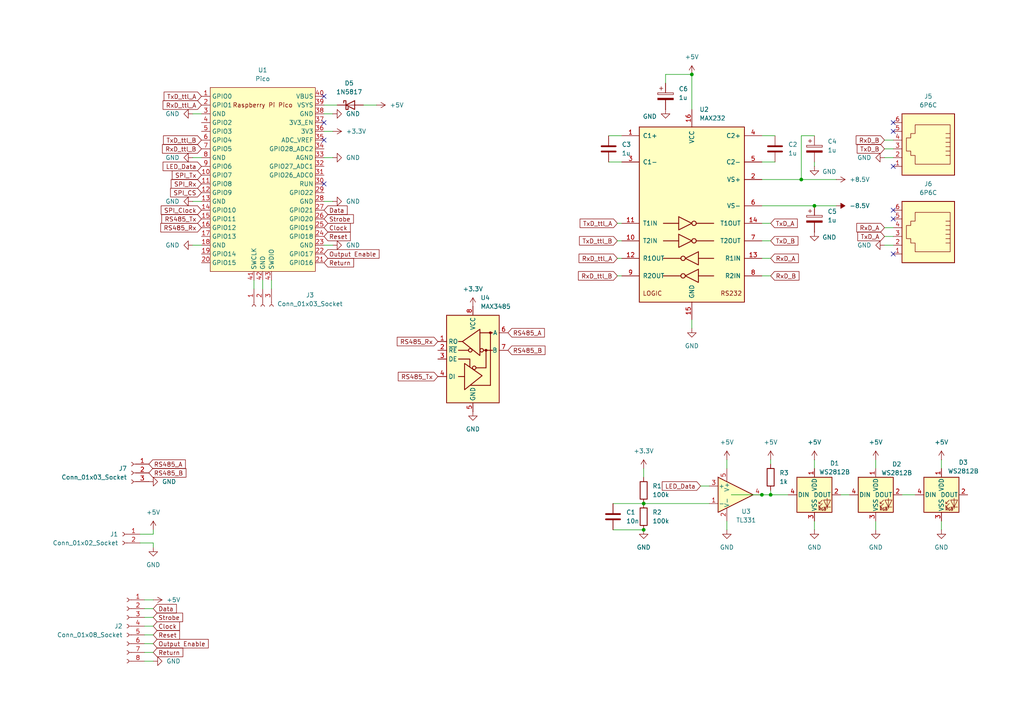
<source format=kicad_sch>
(kicad_sch (version 20231120) (generator "eeschema") (generator_version "8.0")
  (paper "A4")
  (lib_symbols
    (symbol "Comparator:TL331" (pin_names (offset 0.127))
      (property "Reference" "U" (at 1.27 5.08 0))
      (property "Value" "TL331" (at 3.81 -5.08 0))
      (symbol "TL331_0_1"
        (polyline (pts (xy -5.08 5.08) (xy 5.08 0) (xy -5.08 -5.08) (xy -5.08 5.08)) (stroke (width 0.254)) (fill (type background)))
      )
      (symbol "TL331_1_1"
        (pin input line (at -7.62 -2.54 0) (length 2.54) (name "-") (number "1"))
        (pin power_in line (at -2.54 -7.62 90) (length 3.81) (name "V-") (number "2"))
        (pin input line (at -7.62 2.54 0) (length 2.54) (name "+") (number "3"))
        (pin open_collector line (at 7.62 0 180) (length 2.54) (name "~") (number "4"))
        (pin power_in line (at -2.54 7.62 270) (length 3.81) (name "V+") (number "5"))
      )
    )
    (symbol "Connector:6P6C" (pin_names (offset 1.016))
      (property "Reference" "J" (at -5.08 11.43 0))
      (property "Value" "6P6C" (at 2.54 11.43 0))
      (symbol "6P6C_0_1"
        (polyline (pts (xy -6.35 -1.905) (xy -5.08 -1.905) (xy -5.08 -1.905)))
        (polyline (pts (xy -6.35 -0.635) (xy -5.08 -0.635) (xy -5.08 -0.635)))
        (polyline (pts (xy -6.35 0.635) (xy -5.08 0.635) (xy -5.08 0.635)))
        (polyline (pts (xy -6.35 1.905) (xy -5.08 1.905) (xy -5.08 1.905)))
        (polyline (pts (xy -6.35 3.175) (xy -5.08 3.175) (xy -5.08 3.175)))
        (polyline (pts (xy -5.08 4.445) (xy -6.35 4.445) (xy -6.35 4.445)))
        (polyline (pts (xy -6.35 -4.445) (xy -6.35 6.985) (xy 3.81 6.985) (xy 3.81 4.445) (xy 5.08 4.445) (xy 5.08 3.175) (xy 6.35 3.175) (xy 6.35 -0.635) (xy 5.08 -0.635) (xy 5.08 -1.905) (xy 3.81 -1.905) (xy 3.81 -4.445) (xy -6.35 -4.445) (xy -6.35 -4.445)))
        (rectangle (start 7.62 10.16) (end -7.62 -7.62) (stroke (width 0.254)) (fill (type background)))
      )
      (symbol "6P6C_1_1"
        (pin passive line (at 10.16 -5.08 180) (length 2.54) (name "~") (number "1"))
        (pin passive line (at 10.16 -2.54 180) (length 2.54) (name "~") (number "2"))
        (pin passive line (at 10.16 0 180) (length 2.54) (name "~") (number "3"))
        (pin passive line (at 10.16 2.54 180) (length 2.54) (name "~") (number "4"))
        (pin passive line (at 10.16 5.08 180) (length 2.54) (name "~") (number "5"))
        (pin passive line (at 10.16 7.62 180) (length 2.54) (name "~") (number "6"))
      )
    )
    (symbol "Connector:Conn_01x02_Socket" (pin_names (offset 1.016) hide)
      (property "Reference" "J" (at 0 2.54 0))
      (property "Value" "Conn_01x02_Socket" (at 0 -5.08 0))
      (symbol "Conn_01x02_Socket_1_1"
        (arc (start 0 -2.032) (mid -0.5058 -2.54) (end 0 -3.048) (stroke (width 0.1524)))
        (polyline (pts (xy -1.27 -2.54) (xy -0.508 -2.54)) (stroke (width 0.1524)))
        (polyline (pts (xy -1.27 0) (xy -0.508 0)) (stroke (width 0.1524)))
        (arc (start 0 0.508) (mid -0.5058 0) (end 0 -0.508) (stroke (width 0.1524)))
        (pin passive line (at -5.08 0 0) (length 3.81) (name "Pin_1") (number "1"))
        (pin passive line (at -5.08 -2.54 0) (length 3.81) (name "Pin_2") (number "2"))
      )
    )
    (symbol "Connector:Conn_01x03_Socket" (pin_names (offset 1.016) hide)
      (property "Reference" "J" (at 0 5.08 0))
      (property "Value" "Conn_01x03_Socket" (at 0 -5.08 0))
      (symbol "Conn_01x03_Socket_1_1"
        (arc (start 0 -2.032) (mid -0.5058 -2.54) (end 0 -3.048) (stroke (width 0.1524)))
        (polyline (pts (xy -1.27 -2.54) (xy -0.508 -2.54)) (stroke (width 0.1524)))
        (polyline (pts (xy -1.27 0) (xy -0.508 0)) (stroke (width 0.1524)))
        (polyline (pts (xy -1.27 2.54) (xy -0.508 2.54)) (stroke (width 0.1524)))
        (arc (start 0 0.508) (mid -0.5058 0) (end 0 -0.508) (stroke (width 0.1524)))
        (arc (start 0 3.048) (mid -0.5058 2.54) (end 0 2.032) (stroke (width 0.1524)))
        (pin passive line (at -5.08 2.54 0) (length 3.81) (name "Pin_1") (number "1"))
        (pin passive line (at -5.08 0 0) (length 3.81) (name "Pin_2") (number "2"))
        (pin passive line (at -5.08 -2.54 0) (length 3.81) (name "Pin_3") (number "3"))
      )
    )
    (symbol "Connector:Conn_01x08_Socket" (pin_names (offset 1.016) hide)
      (property "Reference" "J" (at 0 10.16 0))
      (property "Value" "Conn_01x08_Socket" (at 0 -12.7 0))
      (symbol "Conn_01x08_Socket_1_1"
        (arc (start 0 -9.652) (mid -0.5058 -10.16) (end 0 -10.668) (stroke (width 0.1524)))
        (arc (start 0 -7.112) (mid -0.5058 -7.62) (end 0 -8.128) (stroke (width 0.1524)))
        (arc (start 0 -4.572) (mid -0.5058 -5.08) (end 0 -5.588) (stroke (width 0.1524)))
        (arc (start 0 -2.032) (mid -0.5058 -2.54) (end 0 -3.048) (stroke (width 0.1524)))
        (polyline (pts (xy -1.27 -10.16) (xy -0.508 -10.16)) (stroke (width 0.1524)))
        (polyline (pts (xy -1.27 -7.62) (xy -0.508 -7.62)) (stroke (width 0.1524)))
        (polyline (pts (xy -1.27 -5.08) (xy -0.508 -5.08)) (stroke (width 0.1524)))
        (polyline (pts (xy -1.27 -2.54) (xy -0.508 -2.54)) (stroke (width 0.1524)))
        (polyline (pts (xy -1.27 0) (xy -0.508 0)) (stroke (width 0.1524)))
        (polyline (pts (xy -1.27 2.54) (xy -0.508 2.54)) (stroke (width 0.1524)))
        (polyline (pts (xy -1.27 5.08) (xy -0.508 5.08)) (stroke (width 0.1524)))
        (polyline (pts (xy -1.27 7.62) (xy -0.508 7.62)) (stroke (width 0.1524)))
        (arc (start 0 0.508) (mid -0.5058 0) (end 0 -0.508) (stroke (width 0.1524)))
        (arc (start 0 3.048) (mid -0.5058 2.54) (end 0 2.032) (stroke (width 0.1524)))
        (arc (start 0 5.588) (mid -0.5058 5.08) (end 0 4.572) (stroke (width 0.1524)))
        (arc (start 0 8.128) (mid -0.5058 7.62) (end 0 7.112) (stroke (width 0.1524)))
        (pin passive line (at -5.08 7.62 0) (length 3.81) (name "Pin_1") (number "1"))
        (pin passive line (at -5.08 5.08 0) (length 3.81) (name "Pin_2") (number "2"))
        (pin passive line (at -5.08 2.54 0) (length 3.81) (name "Pin_3") (number "3"))
        (pin passive line (at -5.08 0 0) (length 3.81) (name "Pin_4") (number "4"))
        (pin passive line (at -5.08 -2.54 0) (length 3.81) (name "Pin_5") (number "5"))
        (pin passive line (at -5.08 -5.08 0) (length 3.81) (name "Pin_6") (number "6"))
        (pin passive line (at -5.08 -7.62 0) (length 3.81) (name "Pin_7") (number "7"))
        (pin passive line (at -5.08 -10.16 0) (length 3.81) (name "Pin_8") (number "8"))
      )
    )
    (symbol "Device:C" (pin_numbers hide) (pin_names (offset 0.254))
      (property "Reference" "C" (at 0.635 2.54 0))
      (property "Value" "C" (at 0.635 -2.54 0))
      (symbol "C_0_1"
        (polyline (pts (xy -2.032 -0.762) (xy 2.032 -0.762)) (stroke (width 0.508)))
        (polyline (pts (xy -2.032 0.762) (xy 2.032 0.762)) (stroke (width 0.508)))
      )
      (symbol "C_1_1"
        (pin passive line (at 0 3.81 270) (length 2.794) (name "~") (number "1"))
        (pin passive line (at 0 -3.81 90) (length 2.794) (name "~") (number "2"))
      )
    )
    (symbol "Device:C_Polarized" (pin_numbers hide) (pin_names (offset 0.254))
      (property "Reference" "C" (at 0.635 2.54 0))
      (property "Value" "C_Polarized" (at 0.635 -2.54 0))
      (symbol "C_Polarized_0_1"
        (rectangle (start -2.286 0.508) (end 2.286 1.016))
        (polyline (pts (xy -1.778 2.286) (xy -0.762 2.286)))
        (polyline (pts (xy -1.27 2.794) (xy -1.27 1.778)))
        (rectangle (start 2.286 -0.508) (end -2.286 -1.016) (fill (type outline)))
      )
      (symbol "C_Polarized_1_1"
        (pin passive line (at 0 3.81 270) (length 2.794) (name "~") (number "1"))
        (pin passive line (at 0 -3.81 90) (length 2.794) (name "~") (number "2"))
      )
    )
    (symbol "Device:R" (pin_numbers hide) (pin_names (offset 0))
      (property "Reference" "R" (at 2.032 0 90))
      (property "Value" "R" (at 0 0 90))
      (symbol "R_0_1"
        (rectangle (start -1.016 -2.54) (end 1.016 2.54) (stroke (width 0.254)))
      )
      (symbol "R_1_1"
        (pin passive line (at 0 3.81 270) (length 1.27) (name "~") (number "1"))
        (pin passive line (at 0 -3.81 90) (length 1.27) (name "~") (number "2"))
      )
    )
    (symbol "Diode:1N5817" (pin_numbers hide) (pin_names (offset 1.016) hide)
      (property "Reference" "D" (at 0 2.54 0))
      (property "Value" "1N5817" (at 0 -2.54 0))
      (symbol "1N5817_0_1"
        (polyline (pts (xy 1.27 0) (xy -1.27 0)))
        (polyline (pts (xy 1.27 1.27) (xy 1.27 -1.27) (xy -1.27 0) (xy 1.27 1.27)) (stroke (width 0.254)))
        (polyline (pts (xy -1.905 0.635) (xy -1.905 1.27) (xy -1.27 1.27) (xy -1.27 -1.27) (xy -0.635 -1.27) (xy -0.635 -0.635)) (stroke (width 0.254)))
      )
      (symbol "1N5817_1_1"
        (pin passive line (at -3.81 0 0) (length 2.54) (name "K") (number "1"))
        (pin passive line (at 3.81 0 180) (length 2.54) (name "A") (number "2"))
      )
    )
    (symbol "Interface_UART:MAX232" (pin_names (offset 1.016))
      (property "Reference" "U" (at -2.54 28.575 0))
      (property "Value" "MAX232" (at -2.54 26.67 0))
      (symbol "MAX232_0_0"
        (text "LOGIC" (at -11.43 -22.86 0) (effects (font (size 1.27 1.27))))
        (text "RS232" (at 11.43 -22.86 0) (effects (font (size 1.27 1.27))))
      )
      (symbol "MAX232_0_1"
        (rectangle (start -15.24 -25.4) (end 15.24 25.4) (stroke (width 0.254)) (fill (type background)))
        (circle (center -2.54 -17.78) (radius 0.635) (stroke (width 0.254)))
        (circle (center -2.54 -12.7) (radius 0.635) (stroke (width 0.254)))
        (polyline (pts (xy -3.81 -7.62) (xy -8.255 -7.62)) (stroke (width 0.254)))
        (polyline (pts (xy -3.81 -2.54) (xy -8.255 -2.54)) (stroke (width 0.254)))
        (polyline (pts (xy -3.175 -17.78) (xy -8.255 -17.78)) (stroke (width 0.254)))
        (polyline (pts (xy -3.175 -12.7) (xy -8.255 -12.7)) (stroke (width 0.254)))
        (polyline (pts (xy 1.27 -7.62) (xy 6.35 -7.62)) (stroke (width 0.254)))
        (polyline (pts (xy 1.27 -2.54) (xy 6.35 -2.54)) (stroke (width 0.254)))
        (polyline (pts (xy 1.905 -17.78) (xy 6.35 -17.78)) (stroke (width 0.254)))
        (polyline (pts (xy 1.905 -12.7) (xy 6.35 -12.7)) (stroke (width 0.254)))
        (polyline (pts (xy -3.81 -5.715) (xy -3.81 -9.525) (xy 0 -7.62) (xy -3.81 -5.715)) (stroke (width 0.254)))
        (polyline (pts (xy -3.81 -0.635) (xy -3.81 -4.445) (xy 0 -2.54) (xy -3.81 -0.635)) (stroke (width 0.254)))
        (polyline (pts (xy 1.905 -15.875) (xy 1.905 -19.685) (xy -1.905 -17.78) (xy 1.905 -15.875)) (stroke (width 0.254)))
        (polyline (pts (xy 1.905 -10.795) (xy 1.905 -14.605) (xy -1.905 -12.7) (xy 1.905 -10.795)) (stroke (width 0.254)))
        (circle (center 0.635 -7.62) (radius 0.635) (stroke (width 0.254)))
        (circle (center 0.635 -2.54) (radius 0.635) (stroke (width 0.254)))
      )
      (symbol "MAX232_1_1"
        (pin passive line (at -20.32 22.86 0) (length 5.08) (name "C1+") (number "1"))
        (pin input line (at -20.32 -7.62 0) (length 5.08) (name "T2IN") (number "10"))
        (pin input line (at -20.32 -2.54 0) (length 5.08) (name "T1IN") (number "11"))
        (pin output line (at -20.32 -12.7 0) (length 5.08) (name "R1OUT") (number "12"))
        (pin input line (at 20.32 -12.7 180) (length 5.08) (name "R1IN") (number "13"))
        (pin output line (at 20.32 -2.54 180) (length 5.08) (name "T1OUT") (number "14"))
        (pin power_in line (at 0 -30.48 90) (length 5.08) (name "GND") (number "15"))
        (pin power_in line (at 0 30.48 270) (length 5.08) (name "VCC") (number "16"))
        (pin power_out line (at 20.32 10.16 180) (length 5.08) (name "VS+") (number "2"))
        (pin passive line (at -20.32 15.24 0) (length 5.08) (name "C1-") (number "3"))
        (pin passive line (at 20.32 22.86 180) (length 5.08) (name "C2+") (number "4"))
        (pin passive line (at 20.32 15.24 180) (length 5.08) (name "C2-") (number "5"))
        (pin power_out line (at 20.32 2.54 180) (length 5.08) (name "VS-") (number "6"))
        (pin output line (at 20.32 -7.62 180) (length 5.08) (name "T2OUT") (number "7"))
        (pin input line (at 20.32 -17.78 180) (length 5.08) (name "R2IN") (number "8"))
        (pin output line (at -20.32 -17.78 0) (length 5.08) (name "R2OUT") (number "9"))
      )
    )
    (symbol "Interface_UART:MAX3485"
      (property "Reference" "U" (at -6.985 13.97 0))
      (property "Value" "MAX3485" (at 1.905 13.97 0))
      (symbol "MAX3485_0_1"
        (rectangle (start -7.62 12.7) (end 7.62 -12.7) (stroke (width 0.254)) (fill (type background)))
        (polyline (pts (xy -4.191 2.54) (xy -1.27 2.54)) (stroke (width 0.254)))
        (polyline (pts (xy -2.54 -5.08) (xy -4.191 -5.08)) (stroke (width 0.254)))
        (polyline (pts (xy -0.635 -7.62) (xy 5.08 -7.62)) (stroke (width 0.254)))
        (polyline (pts (xy 0.889 -2.54) (xy 3.81 -2.54)) (stroke (width 0.254)))
        (polyline (pts (xy 2.032 7.62) (xy 5.715 7.62)) (stroke (width 0.254)))
        (polyline (pts (xy 3.048 2.54) (xy 5.715 2.54)) (stroke (width 0.254)))
        (polyline (pts (xy 3.81 -2.54) (xy 3.81 2.54)) (stroke (width 0.254)))
        (polyline (pts (xy 5.08 -7.62) (xy 5.08 7.62)) (stroke (width 0.254)))
        (polyline (pts (xy -4.191 0) (xy -0.889 0) (xy -0.889 -2.286)) (stroke (width 0.254)))
        (polyline (pts (xy -3.175 5.08) (xy -4.191 5.08) (xy -4.064 5.08)) (stroke (width 0.254)))
        (polyline (pts (xy -2.413 -5.08) (xy -2.413 -1.27) (xy 2.667 -4.826) (xy -2.413 -8.89) (xy -2.413 -5.08)) (stroke (width 0.254)))
        (circle (center 0.381 -2.54) (radius 0.508) (stroke (width 0.254)))
        (circle (center 3.81 2.54) (radius 0.2794) (stroke (width 0.254)) (fill (type outline)))
      )
      (symbol "MAX3485_1_1"
        (circle (center -0.762 2.54) (radius 0.508) (stroke (width 0.254)))
        (polyline (pts (xy 2.032 4.826) (xy 2.032 8.636) (xy -3.048 5.08) (xy 2.032 1.016) (xy 2.032 4.826)) (stroke (width 0.254)))
        (circle (center 2.54 2.54) (radius 0.508) (stroke (width 0.254)))
        (circle (center 5.08 7.62) (radius 0.2794) (stroke (width 0.254)) (fill (type outline)))
        (pin output line (at -10.16 5.08 0) (length 2.54) (name "RO") (number "1"))
        (pin input line (at -10.16 2.54 0) (length 2.54) (name "~{RE}") (number "2"))
        (pin input line (at -10.16 0 0) (length 2.54) (name "DE") (number "3"))
        (pin input line (at -10.16 -5.08 0) (length 2.54) (name "DI") (number "4"))
        (pin power_in line (at 0 -15.24 90) (length 2.54) (name "GND") (number "5"))
        (pin bidirectional line (at 10.16 7.62 180) (length 2.54) (name "A") (number "6"))
        (pin bidirectional line (at 10.16 2.54 180) (length 2.54) (name "B") (number "7"))
        (pin power_in line (at 0 15.24 270) (length 2.54) (name "VCC") (number "8"))
      )
    )
    (symbol "LED:WS2812B" (pin_names (offset 0.254))
      (property "Reference" "D" (at 5.08 5.715 0))
      (property "Value" "WS2812B" (at 1.27 -5.715 0))
      (symbol "WS2812B_0_0"
        (text "RGB" (at 2.286 -4.191 0) (effects (font (size 0.762 0.762))))
      )
      (symbol "WS2812B_0_1"
        (polyline (pts (xy 1.27 -3.556) (xy 1.778 -3.556)))
        (polyline (pts (xy 1.27 -2.54) (xy 1.778 -2.54)))
        (polyline (pts (xy 4.699 -3.556) (xy 2.667 -3.556)))
        (polyline (pts (xy 2.286 -2.54) (xy 1.27 -3.556) (xy 1.27 -3.048)))
        (polyline (pts (xy 2.286 -1.524) (xy 1.27 -2.54) (xy 1.27 -2.032)))
        (polyline (pts (xy 3.683 -1.016) (xy 3.683 -3.556) (xy 3.683 -4.064)))
        (polyline (pts (xy 4.699 -1.524) (xy 2.667 -1.524) (xy 3.683 -3.556) (xy 4.699 -1.524)))
        (rectangle (start 5.08 5.08) (end -5.08 -5.08) (stroke (width 0.254)) (fill (type background)))
      )
      (symbol "WS2812B_1_1"
        (pin power_in line (at 0 7.62 270) (length 2.54) (name "VDD") (number "1"))
        (pin output line (at 7.62 0 180) (length 2.54) (name "DOUT") (number "2"))
        (pin power_in line (at 0 -7.62 90) (length 2.54) (name "VSS") (number "3"))
        (pin input line (at -7.62 0 0) (length 2.54) (name "DIN") (number "4"))
      )
    )
    (symbol "MCU_RaspberryPi_and_Boards:Pico"
      (property "Reference" "U" (at -13.97 27.94 0))
      (property "Value" "Pico" (at 0 19.05 0))
      (symbol "Pico_0_0"
        (text "Raspberry Pi Pico" (at 0 21.59 0) (effects (font (size 1.27 1.27))))
      )
      (symbol "Pico_0_1"
        (rectangle (start -15.24 26.67) (end 15.24 -26.67) (fill (type background)))
      )
      (symbol "Pico_1_1"
        (pin bidirectional line (at -17.78 24.13 0) (length 2.54) (name "GPIO0") (number "1"))
        (pin bidirectional line (at -17.78 1.27 0) (length 2.54) (name "GPIO7") (number "10"))
        (pin bidirectional line (at -17.78 -1.27 0) (length 2.54) (name "GPIO8") (number "11"))
        (pin bidirectional line (at -17.78 -3.81 0) (length 2.54) (name "GPIO9") (number "12"))
        (pin power_in line (at -17.78 -6.35 0) (length 2.54) (name "GND") (number "13"))
        (pin bidirectional line (at -17.78 -8.89 0) (length 2.54) (name "GPIO10") (number "14"))
        (pin bidirectional line (at -17.78 -11.43 0) (length 2.54) (name "GPIO11") (number "15"))
        (pin bidirectional line (at -17.78 -13.97 0) (length 2.54) (name "GPIO12") (number "16"))
        (pin bidirectional line (at -17.78 -16.51 0) (length 2.54) (name "GPIO13") (number "17"))
        (pin power_in line (at -17.78 -19.05 0) (length 2.54) (name "GND") (number "18"))
        (pin bidirectional line (at -17.78 -21.59 0) (length 2.54) (name "GPIO14") (number "19"))
        (pin bidirectional line (at -17.78 21.59 0) (length 2.54) (name "GPIO1") (number "2"))
        (pin bidirectional line (at -17.78 -24.13 0) (length 2.54) (name "GPIO15") (number "20"))
        (pin bidirectional line (at 17.78 -24.13 180) (length 2.54) (name "GPIO16") (number "21"))
        (pin bidirectional line (at 17.78 -21.59 180) (length 2.54) (name "GPIO17") (number "22"))
        (pin power_in line (at 17.78 -19.05 180) (length 2.54) (name "GND") (number "23"))
        (pin bidirectional line (at 17.78 -16.51 180) (length 2.54) (name "GPIO18") (number "24"))
        (pin bidirectional line (at 17.78 -13.97 180) (length 2.54) (name "GPIO19") (number "25"))
        (pin bidirectional line (at 17.78 -11.43 180) (length 2.54) (name "GPIO20") (number "26"))
        (pin bidirectional line (at 17.78 -8.89 180) (length 2.54) (name "GPIO21") (number "27"))
        (pin power_in line (at 17.78 -6.35 180) (length 2.54) (name "GND") (number "28"))
        (pin bidirectional line (at 17.78 -3.81 180) (length 2.54) (name "GPIO22") (number "29"))
        (pin power_in line (at -17.78 19.05 0) (length 2.54) (name "GND") (number "3"))
        (pin input line (at 17.78 -1.27 180) (length 2.54) (name "RUN") (number "30"))
        (pin bidirectional line (at 17.78 1.27 180) (length 2.54) (name "GPIO26_ADC0") (number "31"))
        (pin bidirectional line (at 17.78 3.81 180) (length 2.54) (name "GPIO27_ADC1") (number "32"))
        (pin power_in line (at 17.78 6.35 180) (length 2.54) (name "AGND") (number "33"))
        (pin bidirectional line (at 17.78 8.89 180) (length 2.54) (name "GPIO28_ADC2") (number "34"))
        (pin power_in line (at 17.78 11.43 180) (length 2.54) (name "ADC_VREF") (number "35"))
        (pin power_in line (at 17.78 13.97 180) (length 2.54) (name "3V3") (number "36"))
        (pin input line (at 17.78 16.51 180) (length 2.54) (name "3V3_EN") (number "37"))
        (pin bidirectional line (at 17.78 19.05 180) (length 2.54) (name "GND") (number "38"))
        (pin power_in line (at 17.78 21.59 180) (length 2.54) (name "VSYS") (number "39"))
        (pin bidirectional line (at -17.78 16.51 0) (length 2.54) (name "GPIO2") (number "4"))
        (pin power_in line (at 17.78 24.13 180) (length 2.54) (name "VBUS") (number "40"))
        (pin input line (at -2.54 -29.21 90) (length 2.54) (name "SWCLK") (number "41"))
        (pin power_in line (at 0 -29.21 90) (length 2.54) (name "GND") (number "42"))
        (pin bidirectional line (at 2.54 -29.21 90) (length 2.54) (name "SWDIO") (number "43"))
        (pin bidirectional line (at -17.78 13.97 0) (length 2.54) (name "GPIO3") (number "5"))
        (pin bidirectional line (at -17.78 11.43 0) (length 2.54) (name "GPIO4") (number "6"))
        (pin bidirectional line (at -17.78 8.89 0) (length 2.54) (name "GPIO5") (number "7"))
        (pin power_in line (at -17.78 6.35 0) (length 2.54) (name "GND") (number "8"))
        (pin bidirectional line (at -17.78 3.81 0) (length 2.54) (name "GPIO6") (number "9"))
      )
    )
    (symbol "power:+3.3V" (power) (pin_numbers hide) (pin_names (offset 0) hide)
      (property "Value" "+3.3V" (at 0 3.556 0))
      (symbol "+3.3V_0_1"
        (polyline (pts (xy -0.762 1.27) (xy 0 2.54)))
        (polyline (pts (xy 0 0) (xy 0 2.54)))
        (polyline (pts (xy 0 2.54) (xy 0.762 1.27)))
      )
      (symbol "+3.3V_1_1"
        (pin power_in line (at 0 0 90) (length 0) (name "~") (number "1"))
      )
    )
    (symbol "power:+5V" (power) (pin_numbers hide) (pin_names (offset 0) hide)
      (property "Value" "+5V" (at 0 3.556 0))
      (symbol "+5V_0_1"
        (polyline (pts (xy -0.762 1.27) (xy 0 2.54)))
        (polyline (pts (xy 0 0) (xy 0 2.54)))
        (polyline (pts (xy 0 2.54) (xy 0.762 1.27)))
      )
      (symbol "+5V_1_1"
        (pin power_in line (at 0 0 90) (length 0) (name "~") (number "1"))
      )
    )
    (symbol "power:+8V" (power) (pin_numbers hide) (pin_names (offset 0) hide)
      (property "Value" "+8V" (at 0 3.556 0))
      (symbol "+8V_0_1"
        (polyline (pts (xy -0.762 1.27) (xy 0 2.54)))
        (polyline (pts (xy 0 0) (xy 0 2.54)))
        (polyline (pts (xy 0 2.54) (xy 0.762 1.27)))
      )
      (symbol "+8V_1_1"
        (pin power_in line (at 0 0 90) (length 0) (name "~") (number "1"))
      )
    )
    (symbol "power:-8V" (power) (pin_numbers hide) (pin_names (offset 0) hide)
      (property "Value" "-8V" (at 0 3.556 0))
      (symbol "-8V_0_0"
        (pin power_in line (at 0 0 90) (length 0) (name "~") (number "1"))
      )
      (symbol "-8V_0_1"
        (polyline (pts (xy 0 0) (xy 0 1.27) (xy 0.762 1.27) (xy 0 2.54) (xy -0.762 1.27) (xy 0 1.27)) (fill (type outline)))
      )
    )
    (symbol "power:GND" (power) (pin_numbers hide) (pin_names (offset 0) hide)
      (property "Value" "GND" (at 0 -3.81 0))
      (symbol "GND_0_1"
        (polyline (pts (xy 0 0) (xy 0 -1.27) (xy 1.27 -1.27) (xy 0 -2.54) (xy -1.27 -1.27) (xy 0 -1.27)))
      )
      (symbol "GND_1_1"
        (pin power_in line (at 0 0 270) (length 0) (name "~") (number "1"))
      )
    )
  )
  (junction (at 186.69 146.05))
  (junction (at 186.69 153.67))
  (junction (at 200.66 21.59))
  (junction (at 236.22 59.69))
  (junction (at 220.98 143.51))
  (junction (at 232.41 52.07))
  (junction (at 223.52 143.51))
  (no_connect (at 93.98 35.56))
  (no_connect (at 259.08 63.5))
  (no_connect (at 93.98 40.64))
  (no_connect (at 259.08 38.1))
  (no_connect (at 259.08 73.66))
  (no_connect (at 93.98 27.94))
  (no_connect (at 259.08 35.56))
  (no_connect (at 259.08 48.26))
  (no_connect (at 259.08 60.96))
  (no_connect (at 93.98 53.34))
  (wire (pts (xy 220.98 69.85) (xy 223.52 69.85)))
  (wire (pts (xy 236.22 46.99) (xy 236.22 48.26)))
  (wire (pts (xy 105.41 30.48) (xy 109.22 30.48)))
  (wire (pts (xy 203.2 140.97) (xy 205.74 140.97)))
  (wire (pts (xy 179.07 80.01) (xy 180.34 80.01)))
  (wire (pts (xy 55.88 45.72) (xy 58.42 45.72)))
  (wire (pts (xy 256.54 66.04) (xy 259.08 66.04)))
  (wire (pts (xy 44.45 157.48) (xy 40.64 157.48)))
  (wire (pts (xy 193.04 21.59) (xy 200.66 21.59)))
  (wire (pts (xy 186.69 135.89) (xy 186.69 138.43)))
  (wire (pts (xy 41.91 184.15) (xy 44.45 184.15)))
  (wire (pts (xy 220.98 64.77) (xy 223.52 64.77)))
  (wire (pts (xy 177.8 146.05) (xy 186.69 146.05)))
  (wire (pts (xy 200.66 92.71) (xy 200.66 95.25)))
  (wire (pts (xy 232.41 52.07) (xy 242.57 52.07)))
  (wire (pts (xy 55.88 58.42) (xy 58.42 58.42)))
  (wire (pts (xy 220.98 80.01) (xy 223.52 80.01)))
  (wire (pts (xy 200.66 21.59) (xy 200.66 31.75)))
  (wire (pts (xy 261.62 143.51) (xy 265.43 143.51)))
  (wire (pts (xy 186.69 146.05) (xy 205.74 146.05)))
  (wire (pts (xy 256.54 68.58) (xy 259.08 68.58)))
  (wire (pts (xy 210.82 151.13) (xy 210.82 153.67)))
  (wire (pts (xy 236.22 133.35) (xy 236.22 135.89)))
  (wire (pts (xy 236.22 151.13) (xy 236.22 153.67)))
  (wire (pts (xy 41.91 189.23) (xy 44.45 189.23)))
  (wire (pts (xy 40.64 154.94) (xy 44.45 154.94)))
  (wire (pts (xy 176.53 46.99) (xy 180.34 46.99)))
  (wire (pts (xy 93.98 33.02) (xy 96.52 33.02)))
  (wire (pts (xy 41.91 181.61) (xy 44.45 181.61)))
  (wire (pts (xy 243.84 143.51) (xy 246.38 143.51)))
  (wire (pts (xy 220.98 143.51) (xy 223.52 143.51)))
  (wire (pts (xy 179.07 64.77) (xy 180.34 64.77)))
  (wire (pts (xy 93.98 71.12) (xy 96.52 71.12)))
  (wire (pts (xy 76.2 81.28) (xy 76.2 83.82)))
  (wire (pts (xy 93.98 38.1) (xy 96.52 38.1)))
  (wire (pts (xy 41.91 179.07) (xy 44.45 179.07)))
  (wire (pts (xy 242.57 59.69) (xy 236.22 59.69)))
  (wire (pts (xy 41.91 173.99) (xy 44.45 173.99)))
  (wire (pts (xy 179.07 69.85) (xy 180.34 69.85)))
  (wire (pts (xy 93.98 58.42) (xy 96.52 58.42)))
  (wire (pts (xy 93.98 30.48) (xy 97.79 30.48)))
  (wire (pts (xy 220.98 46.99) (xy 224.79 46.99)))
  (wire (pts (xy 179.07 74.93) (xy 180.34 74.93)))
  (wire (pts (xy 212.09 143.51) (xy 220.98 143.51)))
  (wire (pts (xy 254 133.35) (xy 254 135.89)))
  (wire (pts (xy 256.54 40.64) (xy 259.08 40.64)))
  (wire (pts (xy 220.98 39.37) (xy 224.79 39.37)))
  (wire (pts (xy 256.54 45.72) (xy 259.08 45.72)))
  (wire (pts (xy 236.22 39.37) (xy 232.41 39.37)))
  (wire (pts (xy 273.05 151.13) (xy 273.05 153.67)))
  (wire (pts (xy 73.66 81.28) (xy 73.66 83.82)))
  (wire (pts (xy 254 151.13) (xy 254 153.67)))
  (wire (pts (xy 223.52 142.24) (xy 223.52 143.51)))
  (wire (pts (xy 55.88 71.12) (xy 58.42 71.12)))
  (wire (pts (xy 55.88 33.02) (xy 58.42 33.02)))
  (wire (pts (xy 177.8 153.67) (xy 186.69 153.67)))
  (wire (pts (xy 256.54 43.18) (xy 259.08 43.18)))
  (wire (pts (xy 41.91 176.53) (xy 44.45 176.53)))
  (wire (pts (xy 44.45 154.94) (xy 44.45 153.67)))
  (wire (pts (xy 273.05 133.35) (xy 273.05 135.89)))
  (wire (pts (xy 44.45 158.75) (xy 44.45 157.48)))
  (wire (pts (xy 220.98 52.07) (xy 232.41 52.07)))
  (wire (pts (xy 220.98 74.93) (xy 223.52 74.93)))
  (wire (pts (xy 41.91 186.69) (xy 44.45 186.69)))
  (wire (pts (xy 210.82 133.35) (xy 210.82 135.89)))
  (wire (pts (xy 193.04 24.13) (xy 193.04 21.59)))
  (wire (pts (xy 223.52 133.35) (xy 223.52 134.62)))
  (wire (pts (xy 176.53 39.37) (xy 180.34 39.37)))
  (wire (pts (xy 223.52 143.51) (xy 228.6 143.51)))
  (wire (pts (xy 236.22 59.69) (xy 220.98 59.69)))
  (wire (pts (xy 78.74 81.28) (xy 78.74 83.82)))
  (wire (pts (xy 232.41 39.37) (xy 232.41 52.07)))
  (wire (pts (xy 256.54 71.12) (xy 259.08 71.12)))
  (wire (pts (xy 41.91 191.77) (xy 44.45 191.77)))
  (wire (pts (xy 93.98 45.72) (xy 96.52 45.72)))
  (global_label "Output Enable" (shape input) (at 93.98 73.66 0) (property "Intersheetrefs" "${INTERSHEET_REFS}" (effects (hide yes))))
  (global_label "SPI_Rx" (shape input) (at 58.42 53.34 180) (property "Intersheetrefs" "${INTERSHEET_REFS}" (effects (hide yes))))
  (global_label "LED_Data" (shape input) (at 203.2 140.97 180) (property "Intersheetrefs" "${INTERSHEET_REFS}" (effects (hide yes))))
  (global_label "LED_Data" (shape input) (at 58.42 48.26 180) (property "Intersheetrefs" "${INTERSHEET_REFS}" (effects (hide yes))))
  (global_label "RxD_ttl_A" (shape input) (at 179.07 74.93 180) (property "Intersheetrefs" "${INTERSHEET_REFS}" (effects (hide yes))))
  (global_label "Return" (shape input) (at 44.45 189.23 0) (property "Intersheetrefs" "${INTERSHEET_REFS}" (effects (hide yes))))
  (global_label "Data" (shape input) (at 93.98 60.96 0) (property "Intersheetrefs" "${INTERSHEET_REFS}" (effects (hide yes))))
  (global_label "TxD_ttl_B" (shape input) (at 58.42 40.64 180) (property "Intersheetrefs" "${INTERSHEET_REFS}" (effects (hide yes))))
  (global_label "RS485_B" (shape input) (at 147.32 101.6 0) (property "Intersheetrefs" "${INTERSHEET_REFS}" (effects (hide yes))))
  (global_label "RS485_Rx" (shape input) (at 127 99.06 180) (property "Intersheetrefs" "${INTERSHEET_REFS}" (effects (hide yes))))
  (global_label "Strobe" (shape input) (at 44.45 179.07 0) (property "Intersheetrefs" "${INTERSHEET_REFS}" (effects (hide yes))))
  (global_label "Data" (shape input) (at 44.45 176.53 0) (property "Intersheetrefs" "${INTERSHEET_REFS}" (effects (hide yes))))
  (global_label "RxD_B" (shape input) (at 256.54 40.64 180) (property "Intersheetrefs" "${INTERSHEET_REFS}" (effects (hide yes))))
  (global_label "TxD_ttl_B" (shape input) (at 179.07 69.85 180) (property "Intersheetrefs" "${INTERSHEET_REFS}" (effects (hide yes))))
  (global_label "RS485_Tx" (shape input) (at 58.42 63.5 180) (property "Intersheetrefs" "${INTERSHEET_REFS}" (effects (hide yes))))
  (global_label "Clock" (shape input) (at 44.45 181.61 0) (property "Intersheetrefs" "${INTERSHEET_REFS}" (effects (hide yes))))
  (global_label "TxD_A" (shape input) (at 223.52 64.77 0) (property "Intersheetrefs" "${INTERSHEET_REFS}" (effects (hide yes))))
  (global_label "RxD_ttl_B" (shape input) (at 58.42 43.18 180) (property "Intersheetrefs" "${INTERSHEET_REFS}" (effects (hide yes))))
  (global_label "TxD_B" (shape input) (at 223.52 69.85 0) (property "Intersheetrefs" "${INTERSHEET_REFS}" (effects (hide yes))))
  (global_label "SPI_CS" (shape input) (at 58.42 55.88 180) (property "Intersheetrefs" "${INTERSHEET_REFS}" (effects (hide yes))))
  (global_label "Reset" (shape input) (at 44.45 184.15 0) (property "Intersheetrefs" "${INTERSHEET_REFS}" (effects (hide yes))))
  (global_label "RxD_ttl_B" (shape input) (at 179.07 80.01 180) (property "Intersheetrefs" "${INTERSHEET_REFS}" (effects (hide yes))))
  (global_label "Clock" (shape input) (at 93.98 66.04 0) (property "Intersheetrefs" "${INTERSHEET_REFS}" (effects (hide yes))))
  (global_label "RS485_A" (shape input) (at 43.18 134.62 0) (property "Intersheetrefs" "${INTERSHEET_REFS}" (effects (hide yes))))
  (global_label "TxD_ttl_A" (shape input) (at 179.07 64.77 180) (property "Intersheetrefs" "${INTERSHEET_REFS}" (effects (hide yes))))
  (global_label "RxD_A" (shape input) (at 223.52 74.93 0) (property "Intersheetrefs" "${INTERSHEET_REFS}" (effects (hide yes))))
  (global_label "SPI_Clock" (shape input) (at 58.42 60.96 180) (property "Intersheetrefs" "${INTERSHEET_REFS}" (effects (hide yes))))
  (global_label "TxD_B" (shape input) (at 256.54 43.18 180) (property "Intersheetrefs" "${INTERSHEET_REFS}" (effects (hide yes))))
  (global_label "RS485_Rx" (shape input) (at 58.42 66.04 180) (property "Intersheetrefs" "${INTERSHEET_REFS}" (effects (hide yes))))
  (global_label "RS485_A" (shape input) (at 147.32 96.52 0) (property "Intersheetrefs" "${INTERSHEET_REFS}" (effects (hide yes))))
  (global_label "TxD_A" (shape input) (at 256.54 68.58 180) (property "Intersheetrefs" "${INTERSHEET_REFS}" (effects (hide yes))))
  (global_label "RxD_ttl_A" (shape input) (at 58.42 30.48 180) (property "Intersheetrefs" "${INTERSHEET_REFS}" (effects (hide yes))))
  (global_label "SPI_Tx" (shape input) (at 58.42 50.8 180) (property "Intersheetrefs" "${INTERSHEET_REFS}" (effects (hide yes))))
  (global_label "Return" (shape input) (at 93.98 76.2 0) (property "Intersheetrefs" "${INTERSHEET_REFS}" (effects (hide yes))))
  (global_label "RxD_B" (shape input) (at 223.52 80.01 0) (property "Intersheetrefs" "${INTERSHEET_REFS}" (effects (hide yes))))
  (global_label "RxD_A" (shape input) (at 256.54 66.04 180) (property "Intersheetrefs" "${INTERSHEET_REFS}" (effects (hide yes))))
  (global_label "Output Enable" (shape input) (at 44.45 186.69 0) (property "Intersheetrefs" "${INTERSHEET_REFS}" (effects (hide yes))))
  (global_label "Reset" (shape input) (at 93.98 68.58 0) (property "Intersheetrefs" "${INTERSHEET_REFS}" (effects (hide yes))))
  (global_label "RS485_Tx" (shape input) (at 127 109.22 180) (property "Intersheetrefs" "${INTERSHEET_REFS}" (effects (hide yes))))
  (global_label "Strobe" (shape input) (at 93.98 63.5 0) (property "Intersheetrefs" "${INTERSHEET_REFS}" (effects (hide yes))))
  (global_label "RS485_B" (shape input) (at 43.18 137.16 0) (property "Intersheetrefs" "${INTERSHEET_REFS}" (effects (hide yes))))
  (global_label "TxD_ttl_A" (shape input) (at 58.42 27.94 180) (property "Intersheetrefs" "${INTERSHEET_REFS}" (effects (hide yes))))
  (symbol (lib_id "power:GND") (at 273.05 153.67 0) (unit 1)
    (property "Reference" "#PWR09" (effects (hide yes)))
    (property "Value" "GND" (at 273.05 158.75 0))
    (property "Description" "Power symbol creates a global label with name \"GND\" , ground" (effects (hide yes)))
  )
  (symbol (lib_id "power:GND") (at 55.88 71.12 270) (unit 1)
    (property "Reference" "#PWR012" (effects (hide yes)))
    (property "Value" "GND" (at 52.07 71.1199 90) (effects (justify right)))
    (property "Description" "Power symbol creates a global label with name \"GND\" , ground" (effects (hide yes)))
  )
  (symbol (lib_id "MCU_RaspberryPi_and_Boards:Pico") (at 76.2 52.07 0) (unit 1)
    (property "Reference" "U1" (at 76.2 20.32 0))
    (property "Value" "Pico" (at 76.2 22.86 0))
    (property "Footprint" "RPi_Pico:RPi_Pico_SMD_TH" (effects (hide yes)))
  )
  (symbol (lib_id "power:GND") (at 96.52 71.12 90) (unit 1)
    (property "Reference" "#PWR019" (effects (hide yes)))
    (property "Value" "GND" (at 100.33 71.1199 90) (effects (justify right)))
    (property "Description" "Power symbol creates a global label with name \"GND\" , ground" (effects (hide yes)))
  )
  (symbol (lib_id "power:GND") (at 44.45 191.77 90) (unit 1)
    (property "Reference" "#PWR011" (effects (hide yes)))
    (property "Value" "GND" (at 48.26 191.7699 90) (effects (justify right)))
    (property "Description" "Power symbol creates a global label with name \"GND\" , ground" (effects (hide yes)))
  )
  (symbol (lib_id "power:GND") (at 193.04 31.75 0) (unit 1)
    (property "Reference" "#PWR034" (effects (hide yes)))
    (property "Value" "GND" (at 188.468 33.782 0))
    (property "Description" "Power symbol creates a global label with name \"GND\" , ground" (effects (hide yes)))
  )
  (symbol (lib_id "Comparator:TL331") (at 213.36 143.51 0) (unit 1)
    (property "Reference" "U3" (at 216.408 148.336 0))
    (property "Value" "TL331" (at 216.408 150.876 0))
    (property "Footprint" "Package_TO_SOT_SMD:SOT-23-5" (effects (hide yes)))
    (property "Datasheet" "http://www.ti.com/lit/ds/symlink/tl331.pdf" (effects (hide yes)))
    (property "Description" "Single Differential Comparator with Open-Collector Output, SOT-23-5" (effects (hide yes)))
  )
  (symbol (lib_id "power:+3.3V") (at 137.16 88.9 0) (unit 1)
    (property "Reference" "#PWR036" (effects (hide yes)))
    (property "Value" "+3.3V" (at 137.16 83.82 0))
    (property "Description" "Power symbol creates a global label with name \"+3.3V\"" (effects (hide yes)))
  )
  (symbol (lib_id "power:+3.3V") (at 96.52 38.1 270) (unit 1)
    (property "Reference" "#PWR022" (effects (hide yes)))
    (property "Value" "+3.3V" (at 100.33 38.0999 90) (effects (justify left)))
    (property "Description" "Power symbol creates a global label with name \"+3.3V\"" (effects (hide yes)))
  )
  (symbol (lib_id "power:GND") (at 44.45 158.75 0) (unit 1)
    (property "Reference" "#PWR02" (effects (hide yes)))
    (property "Value" "GND" (at 44.45 163.83 0))
    (property "Description" "Power symbol creates a global label with name \"GND\" , ground" (effects (hide yes)))
  )
  (symbol (lib_id "Connector:Conn_01x08_Socket") (at 36.83 181.61 0) (mirror y) (unit 1)
    (property "Reference" "J2" (at 35.56 181.6099 0) (effects (justify left)))
    (property "Value" "Conn_01x08_Socket" (at 35.56 184.1499 0) (effects (justify left)))
    (property "Description" "Generic connector, single row, 01x08, script generated" (effects (hide yes)))
  )
  (symbol (lib_id "Diode:1N5817") (at 101.6 30.48 0) (unit 1)
    (property "Reference" "D5" (at 101.2825 24.13 0))
    (property "Value" "1N5817" (at 101.2825 26.67 0))
    (property "Footprint" "Diode_THT:D_DO-41_SOD81_P10.16mm_Horizontal" (effects (hide yes)))
    (property "Datasheet" "http://www.vishay.com/docs/88525/1n5817.pdf" (effects (hide yes)))
    (property "Description" "20V 1A Schottky Barrier Rectifier Diode, DO-41" (effects (hide yes)))
  )
  (symbol (lib_id "power:GND") (at 43.18 139.7 90) (unit 1)
    (property "Reference" "#PWR037" (effects (hide yes)))
    (property "Value" "GND" (at 46.99 139.6999 90) (effects (justify right)))
    (property "Description" "Power symbol creates a global label with name \"GND\" , ground" (effects (hide yes)))
  )
  (symbol (lib_id "power:GND") (at 96.52 33.02 90) (unit 1)
    (property "Reference" "#PWR016" (effects (hide yes)))
    (property "Value" "GND" (at 100.33 33.0199 90) (effects (justify right)))
    (property "Description" "Power symbol creates a global label with name \"GND\" , ground" (effects (hide yes)))
  )
  (symbol (lib_id "power:GND") (at 55.88 45.72 270) (unit 1)
    (property "Reference" "#PWR014" (effects (hide yes)))
    (property "Value" "GND" (at 52.07 45.7199 90) (effects (justify right)))
    (property "Description" "Power symbol creates a global label with name \"GND\" , ground" (effects (hide yes)))
  )
  (symbol (lib_id "power:+5V") (at 200.66 21.59 0) (unit 1)
    (property "Reference" "#PWR029" (effects (hide yes)))
    (property "Value" "+5V" (at 200.66 16.51 0))
    (property "Description" "Power symbol creates a global label with name \"+5V\"" (effects (hide yes)))
  )
  (symbol (lib_id "power:+8V") (at 242.57 52.07 270) (unit 1)
    (property "Reference" "#PWR030" (effects (hide yes)))
    (property "Value" "+8.5V" (at 246.38 52.0699 90) (effects (justify left)))
    (property "Description" "Power symbol creates a global label with name \"+8V\"" (effects (hide yes)))
  )
  (symbol (lib_id "Interface_UART:MAX232") (at 200.66 62.23 0) (unit 1)
    (property "Reference" "U2" (at 202.8541 31.75 0) (effects (justify left)))
    (property "Value" "MAX232" (at 202.8541 34.29 0) (effects (justify left)))
    (property "Datasheet" "http://www.ti.com/lit/ds/symlink/max232.pdf" (effects (hide yes)))
    (property "Description" "Dual RS232 driver/receiver, 5V supply, 120kb/s, 0C-70C" (effects (hide yes)))
  )
  (symbol (lib_id "Device:C") (at 224.79 43.18 0) (unit 1)
    (property "Reference" "C2" (at 228.6 41.9099 0) (effects (justify left)))
    (property "Value" "1u" (at 228.6 44.4499 0) (effects (justify left)))
    (property "Description" "Unpolarized capacitor" (effects (hide yes)))
  )
  (symbol (lib_id "power:GND") (at 236.22 67.31 0) (unit 1)
    (property "Reference" "#PWR033" (effects (hide yes)))
    (property "Value" "GND" (at 240.538 68.834 0))
    (property "Description" "Power symbol creates a global label with name \"GND\" , ground" (effects (hide yes)))
  )
  (symbol (lib_id "power:GND") (at 256.54 71.12 270) (unit 1)
    (property "Reference" "#PWR026" (effects (hide yes)))
    (property "Value" "GND" (at 252.73 71.1199 90) (effects (justify right)))
    (property "Description" "Power symbol creates a global label with name \"GND\" , ground" (effects (hide yes)))
  )
  (symbol (lib_id "LED:WS2812B") (at 236.22 143.51 0) (unit 1)
    (property "Reference" "D1" (at 242.062 134.366 0))
    (property "Value" "WS2812B" (at 242.062 136.906 0))
    (property "Footprint" "LED_SMD:LED_WS2812B_PLCC4_5.0x5.0mm_P3.2mm" (effects (hide yes)))
    (property "Datasheet" "https://cdn-shop.adafruit.com/datasheets/WS2812B.pdf" (effects (hide yes)))
    (property "Description" "RGB LED with integrated controller" (effects (hide yes)))
  )
  (symbol (lib_id "Device:C_Polarized") (at 236.22 43.18 0) (unit 1)
    (property "Reference" "C4" (at 240.03 41.0209 0) (effects (justify left)))
    (property "Value" "1u" (at 240.03 43.5609 0) (effects (justify left)))
    (property "Description" "Polarized capacitor" (effects (hide yes)))
  )
  (symbol (lib_id "power:-8V") (at 242.57 59.69 270) (unit 1)
    (property "Reference" "#PWR032" (effects (hide yes)))
    (property "Value" "-8.5V" (at 246.38 59.6899 90) (effects (justify left)))
    (property "Description" "Power symbol creates a global label with name \"-8V\"" (effects (hide yes)))
  )
  (symbol (lib_id "power:GND") (at 96.52 45.72 90) (unit 1)
    (property "Reference" "#PWR017" (effects (hide yes)))
    (property "Value" "GND" (at 100.33 45.7199 90) (effects (justify right)))
    (property "Description" "Power symbol creates a global label with name \"GND\" , ground" (effects (hide yes)))
  )
  (symbol (lib_id "Connector:Conn_01x03_Socket") (at 76.2 88.9 90) (mirror x) (unit 1)
    (property "Reference" "J3" (at 89.916 85.598 90))
    (property "Value" "Conn_01x03_Socket" (at 89.916 88.138 90))
    (property "Description" "Generic connector, single row, 01x03, script generated" (effects (hide yes)))
  )
  (symbol (lib_id "power:GND") (at 186.69 153.67 0) (unit 1)
    (property "Reference" "#PWR024" (effects (hide yes)))
    (property "Value" "GND" (at 186.69 158.75 0))
    (property "Description" "Power symbol creates a global label with name \"GND\" , ground" (effects (hide yes)))
  )
  (symbol (lib_id "power:+5V") (at 109.22 30.48 270) (unit 1)
    (property "Reference" "#PWR03" (effects (hide yes)))
    (property "Value" "+5V" (at 113.03 30.4799 90) (effects (justify left)))
    (property "Description" "Power symbol creates a global label with name \"+5V\"" (effects (hide yes)))
  )
  (symbol (lib_id "Connector:Conn_01x02_Socket") (at 35.56 154.94 0) (mirror y) (unit 1)
    (property "Reference" "J1" (at 34.29 154.9399 0) (effects (justify left)))
    (property "Value" "Conn_01x02_Socket" (at 34.29 157.4799 0) (effects (justify left)))
    (property "Description" "Generic connector, single row, 01x02, script generated" (effects (hide yes)))
  )
  (symbol (lib_id "power:+5V") (at 223.52 133.35 0) (unit 1)
    (property "Reference" "#PWR025" (effects (hide yes)))
    (property "Value" "+5V" (at 223.52 128.27 0))
    (property "Description" "Power symbol creates a global label with name \"+5V\"" (effects (hide yes)))
  )
  (symbol (lib_id "power:+5V") (at 273.05 133.35 0) (unit 1)
    (property "Reference" "#PWR08" (effects (hide yes)))
    (property "Value" "+5V" (at 273.05 128.27 0))
    (property "Description" "Power symbol creates a global label with name \"+5V\"" (effects (hide yes)))
  )
  (symbol (lib_id "power:+5V") (at 44.45 173.99 270) (unit 1)
    (property "Reference" "#PWR010" (effects (hide yes)))
    (property "Value" "+5V" (at 48.26 173.9899 90) (effects (justify left)))
    (property "Description" "Power symbol creates a global label with name \"+5V\"" (effects (hide yes)))
  )
  (symbol (lib_id "power:+5V") (at 236.22 133.35 0) (unit 1)
    (property "Reference" "#PWR04" (effects (hide yes)))
    (property "Value" "+5V" (at 236.22 128.27 0))
    (property "Description" "Power symbol creates a global label with name \"+5V\"" (effects (hide yes)))
  )
  (symbol (lib_id "power:GND") (at 210.82 153.67 0) (unit 1)
    (property "Reference" "#PWR021" (effects (hide yes)))
    (property "Value" "GND" (at 210.82 158.75 0))
    (property "Description" "Power symbol creates a global label with name \"GND\" , ground" (effects (hide yes)))
  )
  (symbol (lib_id "power:GND") (at 254 153.67 0) (unit 1)
    (property "Reference" "#PWR07" (effects (hide yes)))
    (property "Value" "GND" (at 254 158.75 0))
    (property "Description" "Power symbol creates a global label with name \"GND\" , ground" (effects (hide yes)))
  )
  (symbol (lib_id "power:GND") (at 55.88 33.02 270) (unit 1)
    (property "Reference" "#PWR015" (effects (hide yes)))
    (property "Value" "GND" (at 52.07 33.0199 90) (effects (justify right)))
    (property "Description" "Power symbol creates a global label with name \"GND\" , ground" (effects (hide yes)))
  )
  (symbol (lib_id "power:GND") (at 200.66 95.25 0) (unit 1)
    (property "Reference" "#PWR028" (effects (hide yes)))
    (property "Value" "GND" (at 200.66 100.33 0))
    (property "Description" "Power symbol creates a global label with name \"GND\" , ground" (effects (hide yes)))
  )
  (symbol (lib_id "power:+5V") (at 210.82 133.35 0) (unit 1)
    (property "Reference" "#PWR020" (effects (hide yes)))
    (property "Value" "+5V" (at 210.82 128.27 0))
    (property "Description" "Power symbol creates a global label with name \"+5V\"" (effects (hide yes)))
  )
  (symbol (lib_id "Connector:6P6C") (at 269.24 68.58 0) (mirror y) (unit 1)
    (property "Reference" "J6" (at 269.24 53.34 0))
    (property "Value" "6P6C" (at 269.24 55.88 0))
    (property "Description" "RJ connector, 6P6C (6 positions 6 connected), RJ12/RJ18/RJ25" (effects (hide yes)))
  )
  (symbol (lib_id "Device:C") (at 176.53 43.18 0) (unit 1)
    (property "Reference" "C3" (at 180.34 41.9099 0) (effects (justify left)))
    (property "Value" "1u" (at 180.34 44.4499 0) (effects (justify left)))
    (property "Description" "Unpolarized capacitor" (effects (hide yes)))
  )
  (symbol (lib_id "power:GND") (at 236.22 48.26 0) (unit 1)
    (property "Reference" "#PWR031" (effects (hide yes)))
    (property "Value" "GND" (at 240.538 49.784 0))
    (property "Description" "Power symbol creates a global label with name \"GND\" , ground" (effects (hide yes)))
  )
  (symbol (lib_id "LED:WS2812B") (at 273.05 143.51 0) (unit 1)
    (property "Reference" "D3" (at 279.4 134.112 0))
    (property "Value" "WS2812B" (at 279.4 136.652 0))
    (property "Footprint" "LED_SMD:LED_WS2812B_PLCC4_5.0x5.0mm_P3.2mm" (effects (hide yes)))
    (property "Datasheet" "https://cdn-shop.adafruit.com/datasheets/WS2812B.pdf" (effects (hide yes)))
    (property "Description" "RGB LED with integrated controller" (effects (hide yes)))
  )
  (symbol (lib_id "power:GND") (at 55.88 58.42 270) (unit 1)
    (property "Reference" "#PWR013" (effects (hide yes)))
    (property "Value" "GND" (at 52.07 58.4199 90) (effects (justify right)))
    (property "Description" "Power symbol creates a global label with name \"GND\" , ground" (effects (hide yes)))
  )
  (symbol (lib_id "Interface_UART:MAX3485") (at 137.16 104.14 0) (unit 1)
    (property "Reference" "U4" (at 139.3541 86.36 0) (effects (justify left)))
    (property "Value" "MAX3485" (at 139.3541 88.9 0) (effects (justify left)))
    (property "Footprint" "Package_SO:SOIC-8_3.9x4.9mm_P1.27mm" (effects (hide yes)))
    (property "Datasheet" "https://datasheets.maximintegrated.com/en/ds/MAX3483-MAX3491.pdf" (effects (hide yes)))
    (property "Description" "True RS-485/RS-422, 10Mbps, Slew-Rate Limited, with low-power shutdown, with receiver/driver enable, 32 receiver drive capacitity, DIP-8 and SOIC-8" (effects (hide yes)))
  )
  (symbol (lib_id "Device:R") (at 223.52 138.43 0) (unit 1)
    (property "Reference" "R3" (at 226.06 137.1599 0) (effects (justify left)))
    (property "Value" "1k" (at 226.06 139.6999 0) (effects (justify left)))
    (property "Description" "Resistor" (effects (hide yes)))
  )
  (symbol (lib_id "power:+5V") (at 44.45 153.67 0) (unit 1)
    (property "Reference" "#PWR01" (effects (hide yes)))
    (property "Value" "+5V" (at 44.45 148.59 0))
    (property "Description" "Power symbol creates a global label with name \"+5V\"" (effects (hide yes)))
  )
  (symbol (lib_id "Device:C_Polarized") (at 193.04 27.94 0) (unit 1)
    (property "Reference" "C6" (at 196.85 25.7809 0) (effects (justify left)))
    (property "Value" "1u" (at 196.85 28.3209 0) (effects (justify left)))
    (property "Description" "Polarized capacitor" (effects (hide yes)))
  )
  (symbol (lib_id "Device:R") (at 186.69 142.24 0) (unit 1)
    (property "Reference" "R1" (at 189.23 140.9699 0) (effects (justify left)))
    (property "Value" "100k" (at 189.23 143.5099 0) (effects (justify left)))
    (property "Description" "Resistor" (effects (hide yes)))
  )
  (symbol (lib_id "power:GND") (at 96.52 58.42 90) (unit 1)
    (property "Reference" "#PWR018" (effects (hide yes)))
    (property "Value" "GND" (at 100.33 58.4199 90) (effects (justify right)))
    (property "Description" "Power symbol creates a global label with name \"GND\" , ground" (effects (hide yes)))
  )
  (symbol (lib_id "power:GND") (at 256.54 45.72 270) (unit 1)
    (property "Reference" "#PWR027" (effects (hide yes)))
    (property "Value" "GND" (at 252.73 45.7199 90) (effects (justify right)))
    (property "Description" "Power symbol creates a global label with name \"GND\" , ground" (effects (hide yes)))
  )
  (symbol (lib_id "Device:C_Polarized") (at 236.22 63.5 0) (unit 1)
    (property "Reference" "C5" (at 240.03 61.3409 0) (effects (justify left)))
    (property "Value" "1u" (at 240.03 63.8809 0) (effects (justify left)))
    (property "Description" "Polarized capacitor" (effects (hide yes)))
  )
  (symbol (lib_id "Connector:6P6C") (at 269.24 43.18 0) (mirror y) (unit 1)
    (property "Reference" "J5" (at 269.24 27.94 0))
    (property "Value" "6P6C" (at 269.24 30.48 0))
    (property "Description" "RJ connector, 6P6C (6 positions 6 connected), RJ12/RJ18/RJ25" (effects (hide yes)))
  )
  (symbol (lib_id "Device:R") (at 186.69 149.86 0) (unit 1)
    (property "Reference" "R2" (at 189.23 148.5899 0) (effects (justify left)))
    (property "Value" "100k" (at 189.23 151.1299 0) (effects (justify left)))
    (property "Description" "Resistor" (effects (hide yes)))
  )
  (symbol (lib_id "Device:C") (at 177.8 149.86 0) (unit 1)
    (property "Reference" "C1" (at 181.61 148.5899 0) (effects (justify left)))
    (property "Value" "10n" (at 181.61 151.1299 0) (effects (justify left)))
    (property "Description" "Unpolarized capacitor" (effects (hide yes)))
  )
  (symbol (lib_id "LED:WS2812B") (at 254 143.51 0) (unit 1)
    (property "Reference" "D2" (at 260.096 134.62 0))
    (property "Value" "WS2812B" (at 260.096 137.16 0))
    (property "Footprint" "LED_SMD:LED_WS2812B_PLCC4_5.0x5.0mm_P3.2mm" (effects (hide yes)))
    (property "Datasheet" "https://cdn-shop.adafruit.com/datasheets/WS2812B.pdf" (effects (hide yes)))
    (property "Description" "RGB LED with integrated controller" (effects (hide yes)))
  )
  (symbol (lib_id "power:GND") (at 137.16 119.38 0) (unit 1)
    (property "Reference" "#PWR035" (effects (hide yes)))
    (property "Value" "GND" (at 137.16 124.46 0))
    (property "Description" "Power symbol creates a global label with name \"GND\" , ground" (effects (hide yes)))
  )
  (symbol (lib_id "Connector:Conn_01x03_Socket") (at 38.1 137.16 0) (mirror y) (unit 1)
    (property "Reference" "J7" (at 36.83 135.8899 0) (effects (justify left)))
    (property "Value" "Conn_01x03_Socket" (at 36.83 138.4299 0) (effects (justify left)))
    (property "Description" "Generic connector, single row, 01x03, script generated" (effects (hide yes)))
  )
  (symbol (lib_id "power:GND") (at 236.22 153.67 0) (unit 1)
    (property "Reference" "#PWR05" (effects (hide yes)))
    (property "Value" "GND" (at 236.22 158.75 0))
    (property "Description" "Power symbol creates a global label with name \"GND\" , ground" (effects (hide yes)))
  )
  (symbol (lib_id "power:+3.3V") (at 186.69 135.89 0) (unit 1)
    (property "Reference" "#PWR023" (effects (hide yes)))
    (property "Value" "+3.3V" (at 186.69 130.81 0))
    (property "Description" "Power symbol creates a global label with name \"+3.3V\"" (effects (hide yes)))
  )
  (symbol (lib_id "power:+5V") (at 254 133.35 0) (unit 1)
    (property "Reference" "#PWR06" (effects (hide yes)))
    (property "Value" "+5V" (at 254 128.27 0))
    (property "Description" "Power symbol creates a global label with name \"+5V\"" (effects (hide yes)))
  )
)
</source>
